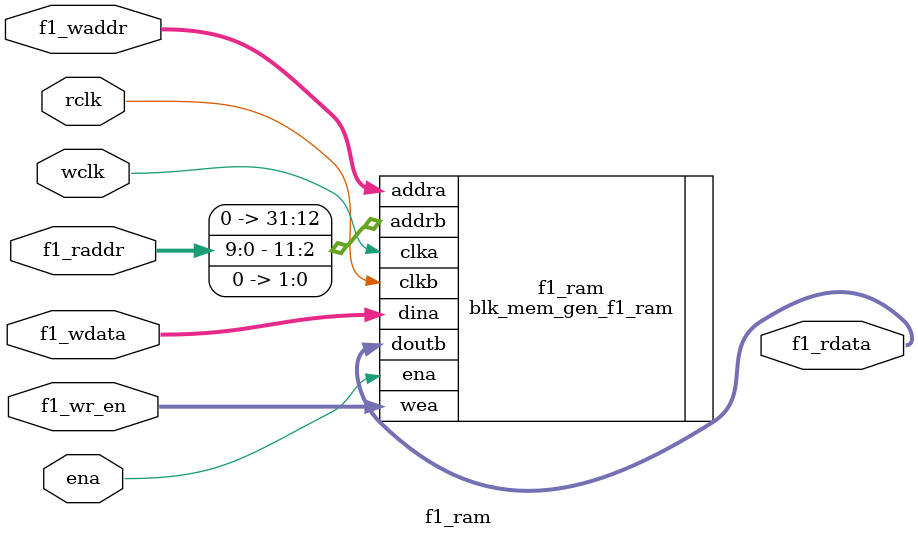
<source format=v>


module f1_ram(/*autoport*/
//output
			f1_rdata,
//input
			rclk,
			wclk,
			f1_wr_en,
			f1_waddr,
			f1_wdata,
			ena,
			f1_raddr);
input			rclk;
input			wclk;
input [3:0]    	f1_wr_en;
input [31:0]   	f1_waddr;
input [31:0]   	f1_wdata;
input			ena;
input [9:0]    	f1_raddr;
output[7:0]  	f1_rdata; 



//2 cycles delay
blk_mem_gen_f1_ram f1_ram (
  .clka(wclk),    // input clka
  .ena(ena),  
  .wea(f1_wr_en),      // input [3 : 0] wea
  .addra(f1_waddr),  // input [31 : 0] addra
  .dina(f1_wdata),    // input [31 : 0] dina
  .clkb(rclk),    // input clkb
  .addrb({20'b0,f1_raddr,2'b0}),  // input [31 : 0] addrb
  .doutb(f1_rdata)  // output [31 : 0] doutb
);

endmodule 
</source>
